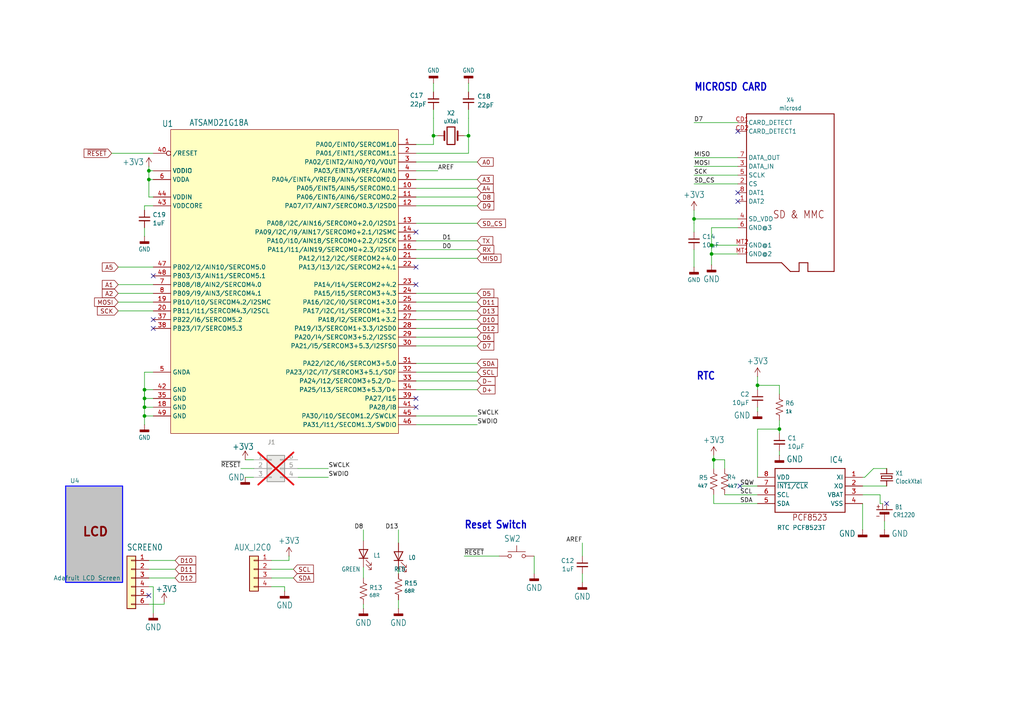
<source format=kicad_sch>
(kicad_sch (version 20250114) (generator "eeschema") (generator_version "9.0")
  (paper "A4")
  (lib_symbols
    (symbol "Connector_Generic:Conn_01x04" (pin_names (offset 1.016) (hide yes))
      (property "Reference" "J" (at 0 5.08 0))
      (property "Value" "Conn_01x04" (at 0 -7.62 0))
      (symbol "Conn_01x04_1_1"
        (rectangle (start -1.27 3.81) (end 1.27 -6.35) (stroke (width 0.254)) (fill (type background)))
        (rectangle (start -1.27 2.667) (end 0 2.413) (stroke (width 0.1524)))
        (rectangle (start -1.27 0.127) (end 0 -0.127) (stroke (width 0.1524)))
        (rectangle (start -1.27 -2.413) (end 0 -2.667) (stroke (width 0.1524)))
        (rectangle (start -1.27 -4.953) (end 0 -5.207) (stroke (width 0.1524)))
        (pin passive line (at -5.08 2.54 0) (length 3.81) (name "Pin_1") (number "1"))
        (pin passive line (at -5.08 0 0) (length 3.81) (name "Pin_2") (number "2"))
        (pin passive line (at -5.08 -2.54 0) (length 3.81) (name "Pin_3") (number "3"))
        (pin passive line (at -5.08 -5.08 0) (length 3.81) (name "Pin_4") (number "4"))
      )
    )
    (symbol "Connector_Generic:Conn_01x06" (pin_names (offset 1.016) (hide yes))
      (property "Reference" "J" (at 0 7.62 0))
      (property "Value" "Conn_01x06" (at 0 -10.16 0))
      (symbol "Conn_01x06_1_1"
        (rectangle (start -1.27 6.35) (end 1.27 -8.89) (stroke (width 0.254)) (fill (type background)))
        (rectangle (start -1.27 5.207) (end 0 4.953) (stroke (width 0.1524)))
        (rectangle (start -1.27 2.667) (end 0 2.413) (stroke (width 0.1524)))
        (rectangle (start -1.27 0.127) (end 0 -0.127) (stroke (width 0.1524)))
        (rectangle (start -1.27 -2.413) (end 0 -2.667) (stroke (width 0.1524)))
        (rectangle (start -1.27 -4.953) (end 0 -5.207) (stroke (width 0.1524)))
        (rectangle (start -1.27 -7.493) (end 0 -7.747) (stroke (width 0.1524)))
        (pin passive line (at -5.08 5.08 0) (length 3.81) (name "Pin_1") (number "1"))
        (pin passive line (at -5.08 2.54 0) (length 3.81) (name "Pin_2") (number "2"))
        (pin passive line (at -5.08 0 0) (length 3.81) (name "Pin_3") (number "3"))
        (pin passive line (at -5.08 -2.54 0) (length 3.81) (name "Pin_4") (number "4"))
        (pin passive line (at -5.08 -5.08 0) (length 3.81) (name "Pin_5") (number "5"))
        (pin passive line (at -5.08 -7.62 0) (length 3.81) (name "Pin_6") (number "6"))
      )
    )
    (symbol "Connector_Generic:Conn_02x03_Counter_Clockwise" (pin_names (offset 1.016) (hide yes))
      (property "Reference" "J" (at 1.27 5.08 0))
      (property "Value" "Conn_02x03_Counter_Clockwise" (at 1.27 -5.08 0))
      (symbol "Conn_02x03_Counter_Clockwise_1_1"
        (rectangle (start -1.27 3.81) (end 3.81 -3.81) (stroke (width 0.254)) (fill (type background)))
        (rectangle (start -1.27 2.667) (end 0 2.413) (stroke (width 0.1524)))
        (rectangle (start -1.27 0.127) (end 0 -0.127) (stroke (width 0.1524)))
        (rectangle (start -1.27 -2.413) (end 0 -2.667) (stroke (width 0.1524)))
        (rectangle (start 3.81 2.667) (end 2.54 2.413) (stroke (width 0.1524)))
        (rectangle (start 3.81 0.127) (end 2.54 -0.127) (stroke (width 0.1524)))
        (rectangle (start 3.81 -2.413) (end 2.54 -2.667) (stroke (width 0.1524)))
        (pin passive line (at -5.08 2.54 0) (length 3.81) (name "Pin_1") (number "1"))
        (pin passive line (at -5.08 0 0) (length 3.81) (name "Pin_2") (number "2"))
        (pin passive line (at -5.08 -2.54 0) (length 3.81) (name "Pin_3") (number "3"))
        (pin passive line (at 7.62 2.54 180) (length 3.81) (name "Pin_6") (number "6"))
        (pin passive line (at 7.62 0 180) (length 3.81) (name "Pin_5") (number "5"))
        (pin passive line (at 7.62 -2.54 180) (length 3.81) (name "Pin_4") (number "4"))
      )
    )
    (symbol "Device:C_Small" (pin_numbers (hide yes)) (pin_names (offset 0.254) (hide yes))
      (property "Reference" "C" (at 0.254 1.778 0))
      (property "Value" "C_Small" (at 0.254 -2.032 0))
      (symbol "C_Small_0_1"
        (polyline (pts (xy -1.524 0.508) (xy 1.524 0.508)) (stroke (width 0.3048)))
        (polyline (pts (xy -1.524 -0.508) (xy 1.524 -0.508)) (stroke (width 0.3302)))
      )
      (symbol "C_Small_1_1"
        (pin passive line (at 0 2.54 270) (length 2.032) (name "~") (number "1"))
        (pin passive line (at 0 -2.54 90) (length 2.032) (name "~") (number "2"))
      )
    )
    (symbol "Device:Crystal" (pin_numbers (hide yes)) (pin_names (offset 1.016) (hide yes))
      (property "Reference" "Y" (at 0 3.81 0))
      (property "Value" "Crystal" (at 0 -3.81 0))
      (symbol "Crystal_0_1"
        (polyline (pts (xy -2.54 0) (xy -1.905 0)))
        (polyline (pts (xy -1.905 -1.27) (xy -1.905 1.27)) (stroke (width 0.508)))
        (rectangle (start -1.143 2.54) (end 1.143 -2.54) (stroke (width 0.3048)))
        (polyline (pts (xy 1.905 -1.27) (xy 1.905 1.27)) (stroke (width 0.508)))
        (polyline (pts (xy 2.54 0) (xy 1.905 0)))
      )
      (symbol "Crystal_1_1"
        (pin passive line (at -3.81 0 0) (length 1.27) (name "1") (number "1"))
        (pin passive line (at 3.81 0 180) (length 1.27) (name "2") (number "2"))
      )
    )
    (symbol "Device:LED" (pin_numbers (hide yes)) (pin_names (offset 1.016) (hide yes))
      (property "Reference" "D" (at 0 2.54 0))
      (property "Value" "LED" (at 0 -2.54 0))
      (symbol "LED_0_1"
        (polyline (pts (xy -3.048 -0.762) (xy -4.572 -2.286) (xy -3.81 -2.286) (xy -4.572 -2.286) (xy -4.572 -1.524)))
        (polyline (pts (xy -1.778 -0.762) (xy -3.302 -2.286) (xy -2.54 -2.286) (xy -3.302 -2.286) (xy -3.302 -1.524)))
        (polyline (pts (xy -1.27 0) (xy 1.27 0)))
        (polyline (pts (xy -1.27 -1.27) (xy -1.27 1.27)) (stroke (width 0.254)))
        (polyline (pts (xy 1.27 -1.27) (xy 1.27 1.27) (xy -1.27 0) (xy 1.27 -1.27)) (stroke (width 0.254)))
      )
      (symbol "LED_1_1"
        (pin passive line (at -3.81 0 0) (length 2.54) (name "K") (number "1"))
        (pin passive line (at 3.81 0 180) (length 2.54) (name "A") (number "2"))
      )
    )
    (symbol "Device:R_US" (pin_numbers (hide yes)) (pin_names (offset 0))
      (property "Reference" "R" (at 2.54 0 90))
      (property "Value" "R_US" (at -2.54 0 90))
      (symbol "R_US_0_1"
        (polyline (pts (xy 0 2.286) (xy 0 2.54)))
        (polyline (pts (xy 0 2.286) (xy 1.016 1.905) (xy 0 1.524) (xy -1.016 1.143) (xy 0 0.762)))
        (polyline (pts (xy 0 0.762) (xy 1.016 0.381) (xy 0 0) (xy -1.016 -0.381) (xy 0 -0.762)))
        (polyline (pts (xy 0 -0.762) (xy 1.016 -1.143) (xy 0 -1.524) (xy -1.016 -1.905) (xy 0 -2.286)))
        (polyline (pts (xy 0 -2.286) (xy 0 -2.54)))
      )
      (symbol "R_US_1_1"
        (pin passive line (at 0 3.81 270) (length 1.27) (name "~") (number "1"))
        (pin passive line (at 0 -3.81 90) (length 1.27) (name "~") (number "2"))
      )
    )
    (symbol "FED3_v7.3 SymLib:ATSAMD21J_QFN"
      (symbol "ATSAMD21J_QFN_1_0"
        (pin bidirectional inverted (at -25.4 33.02 0) (length 5.08) (name "/RESET") (number "40"))
        (pin power_in line (at -25.4 27.94 0) (length 5.08) (name "VDDIO") (number "17"))
        (pin power_in line (at -25.4 27.94 0) (length 5.08) (name "VDDIO") (number "36"))
        (pin power_in line (at -25.4 25.4 0) (length 5.08) (name "VDDA") (number "6"))
        (pin power_in line (at -25.4 20.32 0) (length 5.08) (name "VDDIN") (number "44"))
        (pin power_in line (at -25.4 17.78 0) (length 5.08) (name "VDDCORE") (number "43"))
        (pin bidirectional line (at -25.4 0 0) (length 5.08) (name "PB02/I2/AIN10/SERCOM5.0") (number "47"))
        (pin bidirectional line (at -25.4 -2.54 0) (length 5.08) (name "PB03/I3/AIN11/SERCOM5.1") (number "48"))
        (pin bidirectional line (at -25.4 -5.08 0) (length 5.08) (name "PB08/I8/AIN2/SERCOM4.0") (number "7"))
        (pin bidirectional line (at -25.4 -7.62 0) (length 5.08) (name "PB09/I9/AIN3/SERCOM4.1") (number "8"))
        (pin bidirectional line (at -25.4 -10.16 0) (length 5.08) (name "PB10/I10/SERCOM4.2/I2SMC") (number "19"))
        (pin bidirectional line (at -25.4 -12.7 0) (length 5.08) (name "PB11/I11/SERCOM4.3/I2SCL") (number "20"))
        (pin bidirectional line (at -25.4 -15.24 0) (length 5.08) (name "PB22/I6/SERCOM5.2") (number "37"))
        (pin bidirectional line (at -25.4 -17.78 0) (length 5.08) (name "PB23/I7/SERCOM5.3") (number "38"))
        (pin power_in line (at -25.4 -30.48 0) (length 5.08) (name "GNDA") (number "5"))
        (pin power_in line (at -25.4 -35.56 0) (length 5.08) (name "GND") (number "42"))
        (pin power_in line (at -25.4 -38.1 0) (length 5.08) (name "GND") (number "35"))
        (pin power_in line (at -25.4 -40.64 0) (length 5.08) (name "GND") (number "18"))
        (pin power_in line (at -25.4 -43.18 0) (length 5.08) (name "GND") (number "49"))
        (pin bidirectional line (at 50.8 35.56 180) (length 5.08) (name "PA00/EINT0/SERCOM1.0") (number "1"))
        (pin bidirectional line (at 50.8 33.02 180) (length 5.08) (name "PA01/EINT1/SERCOM1.1") (number "2"))
        (pin bidirectional line (at 50.8 30.48 180) (length 5.08) (name "PA02/EINT2/AIN0/Y0/VOUT") (number "3"))
        (pin bidirectional line (at 50.8 27.94 180) (length 5.08) (name "PA03/EINT3/VREFA/AIN1") (number "4"))
        (pin bidirectional line (at 50.8 25.4 180) (length 5.08) (name "PA04/EINT4/VREFB/AIN4/SERCOM0.0") (number "9"))
        (pin bidirectional line (at 50.8 22.86 180) (length 5.08) (name "PA05/EINT5/AIN5/SERCOM0.1") (number "10"))
        (pin bidirectional line (at 50.8 20.32 180) (length 5.08) (name "PA06/EINT6/AIN6/SERCOM0.2") (number "11"))
        (pin bidirectional line (at 50.8 17.78 180) (length 5.08) (name "PA07/I7/AIN7/SERCOM0.3/I2SD0") (number "12"))
        (pin bidirectional line (at 50.8 12.7 180) (length 5.08) (name "PA08/I2C/AIN16/SERCOM0+2.0/I2SD1") (number "13"))
        (pin bidirectional line (at 50.8 10.16 180) (length 5.08) (name "PA09/I2C/I9/AIN17/SERCOM0+2.1/I2SMC") (number "14"))
        (pin bidirectional line (at 50.8 7.62 180) (length 5.08) (name "PA10/I10/AIN18/SERCOM0+2.2/I2SCK") (number "15"))
        (pin bidirectional line (at 50.8 5.08 180) (length 5.08) (name "PA11/I11/AIN19/SERCOM0+2.3/I2SF0") (number "16"))
        (pin bidirectional line (at 50.8 2.54 180) (length 5.08) (name "PA12/I12/I2C/SERCOM2+4.0") (number "21"))
        (pin bidirectional line (at 50.8 0 180) (length 5.08) (name "PA13/I13/I2C/SERCOM2+4.1") (number "22"))
        (pin bidirectional line (at 50.8 -5.08 180) (length 5.08) (name "PA14/I14/SERCOM2+4.2") (number "23"))
        (pin bidirectional line (at 50.8 -7.62 180) (length 5.08) (name "PA15/I15/SERCOM3+4.3") (number "24"))
        (pin bidirectional line (at 50.8 -10.16 180) (length 5.08) (name "PA16/I2C/I0/SERCOM1+3.0") (number "25"))
        (pin bidirectional line (at 50.8 -12.7 180) (length 5.08) (name "PA17/I2C/I1/SERCOM1+3.1") (number "26"))
        (pin bidirectional line (at 50.8 -15.24 180) (length 5.08) (name "PA18/I2/SERCOM1+3.2") (number "27"))
        (pin bidirectional line (at 50.8 -17.78 180) (length 5.08) (name "PA19/I3/SERCOM1+3.3/I2SD0") (number "28"))
        (pin bidirectional line (at 50.8 -20.32 180) (length 5.08) (name "PA20/I4/SERCOM3+5.2/I2SSC") (number "29"))
        (pin bidirectional line (at 50.8 -22.86 180) (length 5.08) (name "PA21/I5/SERCOM3+5.3/I2SFS0") (number "30"))
        (pin bidirectional line (at 50.8 -27.94 180) (length 5.08) (name "PA22/I2C/I6/SERCOM3+5.0") (number "31"))
        (pin bidirectional line (at 50.8 -30.48 180) (length 5.08) (name "PA23/I2C/I7/SERCOM3+5.1/SOF") (number "32"))
        (pin bidirectional line (at 50.8 -33.02 180) (length 5.08) (name "PA24/I12/SERCOM3+5.2/D-") (number "33"))
        (pin bidirectional line (at 50.8 -35.56 180) (length 5.08) (name "PA25/I13/SERCOM3+5.3/D+") (number "34"))
        (pin bidirectional line (at 50.8 -38.1 180) (length 5.08) (name "PA27/I15") (number "39"))
        (pin bidirectional line (at 50.8 -40.64 180) (length 5.08) (name "PA28/I8") (number "41"))
        (pin bidirectional line (at 50.8 -43.18 180) (length 5.08) (name "PA30/I10/SECOM1.2/SWCLK") (number "45"))
        (pin bidirectional line (at 50.8 -45.72 180) (length 5.08) (name "PA31/I11/SECOM1.3/SWDIO") (number "46"))
      )
      (symbol "ATSAMD21J_QFN_1_1"
        (rectangle (start -20.32 39.878) (end 45.72 -48.26) (fill (type background)))
      )
    )
    (symbol "FED3_v7.3 SymLib:BATTERYCR1220_SMT"
      (property "Reference" "B" (at -2.54 3.175 0))
      (symbol "BATTERYCR1220_SMT_1_0"
        (polyline (pts (xy -0.508 1.27) (xy -0.254 1.27)) (stroke (width 0.254)))
        (polyline (pts (xy -0.508 -1.27) (xy -0.508 1.27)) (stroke (width 0.254)))
        (polyline (pts (xy -0.254 1.27) (xy -0.254 -1.27)) (stroke (width 0.254)))
        (polyline (pts (xy -0.254 1.27) (xy 0 1.27)) (stroke (width 0.254)))
        (polyline (pts (xy -0.254 -1.27) (xy -0.508 -1.27)) (stroke (width 0.254)))
        (polyline (pts (xy 0 1.27) (xy 0 -1.27)) (stroke (width 0.254)))
        (polyline (pts (xy 0 -1.27) (xy -0.254 -1.27)) (stroke (width 0.254)))
        (polyline (pts (xy 0.762 2.286) (xy 0.762 -2.286)) (stroke (width 0.254)))
        (text "-" (at -1.778 -1.143 900) (effects (font (size 1.27 1.0795)) (justify right top)))
        (text "+" (at 1.016 -1.016 900) (effects (font (size 1.27 1.0795)) (justify right top)))
        (pin passive line (at -2.54 0 0) (length 2.54) (name "-") (number "3"))
        (pin passive line (at 2.54 0.6096 180) (length 1.8288) (name "+") (number "1"))
        (pin passive line (at 2.54 -0.5334 180) (length 1.8288) (name "+") (number "2"))
      )
    )
    (symbol "FED3_v7.3 SymLib:CRYSTAL8.0X3.8"
      (property "Reference" "Y" (at -2.54 2.54 0))
      (symbol "CRYSTAL8.0X3.8_1_0"
        (polyline (pts (xy -2.54 0) (xy -1.016 0)) (stroke (width 0.254)))
        (polyline (pts (xy -1.016 1.778) (xy -1.016 0)) (stroke (width 0.254)))
        (polyline (pts (xy -1.016 0) (xy -1.016 -1.778)) (stroke (width 0.254)))
        (polyline (pts (xy -0.381 1.524) (xy -0.381 -1.524)) (stroke (width 0.254)))
        (polyline (pts (xy -0.381 -1.524) (xy 0.381 -1.524)) (stroke (width 0.254)))
        (polyline (pts (xy 0.381 1.524) (xy -0.381 1.524)) (stroke (width 0.254)))
        (polyline (pts (xy 0.381 -1.524) (xy 0.381 1.524)) (stroke (width 0.254)))
        (polyline (pts (xy 1.016 1.778) (xy 1.016 0)) (stroke (width 0.254)))
        (polyline (pts (xy 1.016 0) (xy 1.016 -1.778)) (stroke (width 0.254)))
        (polyline (pts (xy 2.54 0) (xy 1.016 0)) (stroke (width 0.254)))
        (pin passive line (at -3.81 -2.54 0) (length 2.54) (hide yes) (name "2") (number "2"))
        (pin passive line (at -2.54 0 0) (length 0) (name "1") (number "1"))
        (pin passive line (at 2.54 0 180) (length 0) (name "4") (number "4"))
        (pin passive line (at 2.54 -2.54 180) (length 2.54) (hide yes) (name "3") (number "3"))
      )
    )
    (symbol "FED3_v7.3 SymLib:LCD_SCREEN" (pin_numbers (hide yes))
      (property "Reference" "U" (at -8.128 15.24 0))
      (property "Value" "Adafruit LCD Screen" (at 1.016 -15.24 0))
      (symbol "LCD_SCREEN_1_1"
        (rectangle (start -8.89 13.97) (end 7.62 -13.97) (stroke (width 0.3048) (color 0 0 255 1)) (fill (type color) (color 194 194 194 1)))
        (text "LCD" (at -0.254 0.762 0) (effects (font (size 2.54 2.54) (thickness 0.508) (bold yes))))
      )
    )
    (symbol "FED3_v7.3 SymLib:MICROSD"
      (property "Reference" "X" (at -12.7 22.606 0))
      (symbol "MICROSD_1_0"
        (polyline (pts (xy -12.7 20.32) (xy -12.7 -22.86)) (stroke (width 0.254)))
        (polyline (pts (xy -12.7 -22.86) (xy -2.54 -22.86)) (stroke (width 0.254)))
        (polyline (pts (xy -2.54 -22.86) (xy 0 -25.4)) (stroke (width 0.254)))
        (polyline (pts (xy 0 -25.4) (xy 2.54 -25.4)) (stroke (width 0.254)))
        (polyline (pts (xy 2.54 -22.86) (xy 5.08 -22.86)) (stroke (width 0.254)))
        (polyline (pts (xy 2.54 -25.4) (xy 2.54 -22.86)) (stroke (width 0.254)))
        (polyline (pts (xy 5.08 -22.86) (xy 5.08 -25.4)) (stroke (width 0.254)))
        (polyline (pts (xy 5.08 -25.4) (xy 12.7 -25.4)) (stroke (width 0.254)))
        (polyline (pts (xy 12.7 20.32) (xy -12.7 20.32)) (stroke (width 0.254)))
        (polyline (pts (xy 12.7 -25.4) (xy 12.7 20.32)) (stroke (width 0.254)))
        (text "SD & MMC" (at -5.08 -10.16 0) (effects (font (size 2.1844 1.8567)) (justify left bottom)))
        (pin passive line (at -15.24 17.78 0) (length 2.54) (name "CARD_DETECT") (number "CD1"))
        (pin passive line (at -15.24 15.24 0) (length 2.54) (name "CARD_DETECT1") (number "CD2"))
        (pin output line (at -15.24 7.62 0) (length 2.54) (name "DATA_OUT") (number "7"))
        (pin input line (at -15.24 5.08 0) (length 2.54) (name "DATA_IN") (number "3"))
        (pin input line (at -15.24 2.54 0) (length 2.54) (name "SCLK") (number "5"))
        (pin input line (at -15.24 0 0) (length 2.54) (name "CS") (number "2"))
        (pin bidirectional line (at -15.24 -2.54 0) (length 2.54) (name "DAT1") (number "8"))
        (pin bidirectional line (at -15.24 -5.08 0) (length 2.54) (name "DAT2") (number "1"))
        (pin power_in line (at -15.24 -10.16 0) (length 2.54) (name "SD_VDD") (number "4"))
        (pin power_in line (at -15.24 -12.7 0) (length 2.54) (name "GND@3") (number "6"))
        (pin power_in line (at -15.24 -17.78 0) (length 2.54) (name "GND@1") (number "MT2"))
        (pin power_in line (at -15.24 -20.32 0) (length 2.54) (name "GND@2") (number "MT1"))
      )
    )
    (symbol "FED3_v7.3 SymLib:RTC_PCF8523/TK"
      (property "Reference" "IC4" (at -7.62 7.62 0))
      (property "Value" "RTC PCF8523T" (at 2.54 -12.065 0))
      (symbol "RTC_PCF8523/TK_1_0"
        (polyline (pts (xy -10.16 5.08) (xy 10.16 5.08)) (stroke (width 0.254)))
        (polyline (pts (xy -10.16 -7.62) (xy -10.16 5.08)) (stroke (width 0.254)))
        (polyline (pts (xy 10.16 5.08) (xy 10.16 -7.62)) (stroke (width 0.254)))
        (polyline (pts (xy 10.16 -7.62) (xy -10.16 -7.62)) (stroke (width 0.254)))
        (text "PCF8523" (at -5.08 -10.16 0) (effects (font (size 1.778 1.5113)) (justify left bottom)))
        (pin input line (at -15.24 2.54 0) (length 5.08) (name "XI") (number "1"))
        (pin output line (at -15.24 0 0) (length 5.08) (name "XO") (number "2"))
        (pin power_in line (at -15.24 -2.54 0) (length 5.08) (name "VBAT") (number "3"))
        (pin power_in line (at -15.24 -5.08 0) (length 5.08) (name "VSS") (number "4"))
        (pin power_in line (at 15.24 2.54 180) (length 5.08) (name "VDD") (number "8"))
        (pin output line (at 15.24 0 180) (length 5.08) (name "~{INT1/CLK}") (number "7"))
        (pin bidirectional line (at 15.24 -2.54 180) (length 5.08) (name "SCL") (number "6"))
        (pin bidirectional line (at 15.24 -5.08 180) (length 5.08) (name "SDA") (number "5"))
      )
    )
    (symbol "Switch:SW_Push" (pin_numbers (hide yes)) (pin_names (offset 1.016) (hide yes))
      (property "Reference" "SW" (at 1.27 2.54 0))
      (property "Value" "SW_Push" (at 0 -1.524 0))
      (symbol "SW_Push_0_1"
        (circle (center -2.032 0) (radius 0.508))
        (polyline (pts (xy 0 1.27) (xy 0 3.048)))
        (circle (center 2.032 0) (radius 0.508))
        (polyline (pts (xy 2.54 1.27) (xy -2.54 1.27)))
        (pin passive line (at -5.08 0 0) (length 2.54) (name "1") (number "1"))
        (pin passive line (at 5.08 0 180) (length 2.54) (name "2") (number "2"))
      )
    )
    (symbol "power:+3V3" (power) (pin_numbers (hide yes)) (pin_names (offset 0) (hide yes))
      (property "Value" "+3V3" (at 0 3.556 0))
      (symbol "+3V3_0_1"
        (polyline (pts (xy -0.762 1.27) (xy 0 2.54)))
        (polyline (pts (xy 0 2.54) (xy 0.762 1.27)))
        (polyline (pts (xy 0 0) (xy 0 2.54)))
      )
      (symbol "+3V3_1_1"
        (pin power_in line (at 0 0 90) (length 0) (name "~") (number "1"))
      )
    )
    (symbol "power:GNDD" (power) (pin_numbers (hide yes)) (pin_names (offset 0) (hide yes))
      (property "Value" "GNDD" (at 0 -3.175 0))
      (symbol "GNDD_0_1"
        (rectangle (start -1.27 -1.524) (end 1.27 -2.032) (stroke (width 0.254)) (fill (type outline)))
        (polyline (pts (xy 0 0) (xy 0 -1.524)))
      )
      (symbol "GNDD_1_1"
        (pin power_in line (at 0 0 270) (length 0) (name "~") (number "1"))
      )
    )
  )
  (text "MICROSD CARD" (at 201.295 26.67 0) (effects (font (size 2.1844 1.8567) (thickness 0.3713) (bold yes)) (justify left bottom)))
  (text "Reset Switch" (at 134.62 153.67 0) (effects (font (size 2.1844 1.8567) (thickness 0.3713) (bold yes)) (justify left bottom)))
  (text "RTC" (at 201.93 110.49 0) (effects (font (size 2.1844 1.8567) (thickness 0.3713) (bold yes)) (justify left bottom)))
  (junction (at 206.375 73.66))
  (junction (at 135.89 39.37))
  (junction (at 201.295 63.5))
  (junction (at 219.71 111.76))
  (junction (at 41.91 118.11))
  (junction (at 43.18 49.53))
  (junction (at 43.18 52.07))
  (junction (at 226.06 124.46))
  (junction (at 207.01 133.35))
  (junction (at 41.91 113.03))
  (junction (at 41.91 120.65))
  (junction (at 125.73 39.37))
  (junction (at 206.375 71.12))
  (junction (at 41.91 115.57))
  (no_connect (at 120.65 118.11))
  (no_connect (at 120.65 115.57))
  (no_connect (at 213.995 55.88))
  (no_connect (at 43.18 172.72))
  (no_connect (at 44.45 95.25))
  (no_connect (at 257.1496 146.05))
  (no_connect (at 120.65 77.47))
  (no_connect (at 213.995 38.1))
  (no_connect (at 44.45 92.71))
  (no_connect (at 214.63 140.97))
  (no_connect (at 120.65 82.55))
  (no_connect (at 213.995 58.42))
  (no_connect (at 44.45 80.01))
  (no_connect (at 120.65 67.31))
  (wire (pts (xy 207.01 132.08) (xy 207.01 133.35)) (stroke (width 0.1524)))
  (wire (pts (xy 255.27 143.51) (xy 255.27 146.05)) (stroke (width 0.1524)))
  (wire (pts (xy 256.54 151.13) (xy 256.54 153.67)) (stroke (width 0.1524)))
  (wire (pts (xy 120.65 110.49) (xy 138.43 110.49)) (stroke (width 0.1524)))
  (wire (pts (xy 201.295 60.96) (xy 201.295 63.5)) (stroke (width 0.1524)))
  (wire (pts (xy 120.65 107.95) (xy 138.43 107.95)) (stroke (width 0.1524)))
  (wire (pts (xy 105.41 175.26) (xy 105.41 176.53)) (stroke (width 0.1524)))
  (wire (pts (xy 226.06 124.46) (xy 226.06 125.73)))
  (wire (pts (xy 41.91 66.04) (xy 41.91 68.58)))
  (wire (pts (xy 41.91 115.57) (xy 41.91 118.11)) (stroke (width 0.1524)))
  (wire (pts (xy 207.01 133.35) (xy 210.185 133.35)) (stroke (width 0.1524)))
  (wire (pts (xy 138.43 113.03) (xy 120.65 113.03)) (stroke (width 0.1524)))
  (wire (pts (xy 120.65 57.15) (xy 138.43 57.15)) (stroke (width 0.1524)))
  (wire (pts (xy 134.62 161.29) (xy 144.78 161.29)) (stroke (width 0.1524)))
  (wire (pts (xy 41.91 113.03) (xy 41.91 115.57)) (stroke (width 0.1524)))
  (wire (pts (xy 120.65 41.91) (xy 125.73 41.91)) (stroke (width 0.1524)))
  (wire (pts (xy 120.65 100.33) (xy 138.43 100.33)) (stroke (width 0.1524)))
  (wire (pts (xy 41.91 60.96) (xy 41.91 59.69)) (stroke (width 0.1524)))
  (wire (pts (xy 219.71 118.11) (xy 219.71 119.38)))
  (wire (pts (xy 78.74 167.64) (xy 85.09 167.64)) (stroke (width 0.1524)))
  (wire (pts (xy 207.01 143.51) (xy 207.01 146.05)) (stroke (width 0.1524)))
  (wire (pts (xy 201.295 48.26) (xy 213.995 48.26)) (stroke (width 0.1524)))
  (wire (pts (xy 219.71 111.76) (xy 219.71 113.03)))
  (wire (pts (xy 69.85 135.89) (xy 73.66 135.89)))
  (wire (pts (xy 41.91 118.11) (xy 41.91 120.65)))
  (wire (pts (xy 105.41 153.67) (xy 105.41 156.845)) (stroke (width 0.1524)))
  (wire (pts (xy 41.91 118.11) (xy 44.45 118.11)) (stroke (width 0.1524)))
  (wire (pts (xy 201.295 77.47) (xy 201.295 72.39)) (stroke (width 0.1524)))
  (wire (pts (xy 43.18 48.26) (xy 43.18 49.53)))
  (wire (pts (xy 210.185 133.35) (xy 210.185 135.89)) (stroke (width 0.1524)))
  (wire (pts (xy 115.57 153.67) (xy 115.57 157.48)) (stroke (width 0.1524)))
  (wire (pts (xy 120.65 52.07) (xy 138.43 52.07)) (stroke (width 0.1524)))
  (wire (pts (xy 43.18 165.1) (xy 50.8 165.1)) (stroke (width 0.1524)))
  (wire (pts (xy 201.295 63.5) (xy 213.995 63.5)) (stroke (width 0.1524)))
  (wire (pts (xy 201.295 45.72) (xy 213.995 45.72)) (stroke (width 0.1524)))
  (wire (pts (xy 210.185 143.51) (xy 219.71 143.51)) (stroke (width 0.1524)))
  (wire (pts (xy 120.65 90.17) (xy 138.43 90.17)) (stroke (width 0.1524)))
  (wire (pts (xy 219.71 138.43) (xy 219.71 124.46)) (stroke (width 0.1524)))
  (wire (pts (xy 125.73 24.13) (xy 125.73 26.67)))
  (wire (pts (xy 120.65 69.85) (xy 138.43 69.85)) (stroke (width 0.1524)))
  (wire (pts (xy 135.89 24.13) (xy 135.89 26.67)))
  (wire (pts (xy 41.91 115.57) (xy 44.45 115.57)))
  (wire (pts (xy 120.65 87.63) (xy 138.43 87.63)) (stroke (width 0.1524)))
  (wire (pts (xy 213.995 73.66) (xy 206.375 73.66)) (stroke (width 0.1524)))
  (wire (pts (xy 44.45 52.07) (xy 43.18 52.07)) (stroke (width 0.1524)))
  (wire (pts (xy 86.36 138.43) (xy 95.25 138.43)))
  (wire (pts (xy 44.45 77.47) (xy 34.29 77.47)) (stroke (width 0.1524)))
  (wire (pts (xy 43.18 52.07) (xy 43.18 49.53)) (stroke (width 0.1524)))
  (wire (pts (xy 255.27 143.51) (xy 250.19 143.51)) (stroke (width 0.1524)))
  (wire (pts (xy 43.18 162.56) (xy 50.8 162.56)) (stroke (width 0.1524)))
  (wire (pts (xy 44.45 170.18) (xy 44.45 177.8)))
  (wire (pts (xy 41.91 120.65) (xy 44.45 120.65)))
  (wire (pts (xy 34.29 90.17) (xy 44.45 90.17)) (stroke (width 0.1524)))
  (wire (pts (xy 78.74 165.1) (xy 85.09 165.1)) (stroke (width 0.1524)))
  (wire (pts (xy 44.45 87.63) (xy 34.29 87.63)) (stroke (width 0.1524)))
  (wire (pts (xy 226.06 121.92) (xy 226.06 123.19)))
  (wire (pts (xy 41.91 59.69) (xy 44.45 59.69)) (stroke (width 0.1524)))
  (wire (pts (xy 138.43 85.09) (xy 120.65 85.09)) (stroke (width 0.1524)))
  (wire (pts (xy 138.43 72.39) (xy 120.65 72.39)) (stroke (width 0.1524)))
  (wire (pts (xy 207.01 133.35) (xy 207.01 135.89)) (stroke (width 0.1524)))
  (wire (pts (xy 226.06 124.46) (xy 226.06 123.19)) (stroke (width 0.1524)))
  (wire (pts (xy 207.01 146.05) (xy 219.71 146.05)) (stroke (width 0.1524)))
  (wire (pts (xy 125.73 39.37) (xy 125.73 41.91)) (stroke (width 0.1524)))
  (wire (pts (xy 206.375 71.12) (xy 206.375 73.66)) (stroke (width 0.1524)))
  (wire (pts (xy 219.71 140.97) (xy 214.63 140.97)) (stroke (width 0.1524)))
  (wire (pts (xy 257.175 140.97) (xy 250.19 140.97)) (stroke (width 0.1524)))
  (wire (pts (xy 41.91 123.19) (xy 41.91 120.65)))
  (wire (pts (xy 47.625 175.26) (xy 47.625 174.625)) (stroke (width 0.1524)))
  (wire (pts (xy 105.41 164.465) (xy 105.41 167.64)) (stroke (width 0.1524)))
  (wire (pts (xy 219.71 124.46) (xy 226.06 124.46)) (stroke (width 0.1524)))
  (wire (pts (xy 120.65 105.41) (xy 138.43 105.41)) (stroke (width 0.1524)))
  (wire (pts (xy 201.295 50.8) (xy 213.995 50.8)) (stroke (width 0.1524)))
  (wire (pts (xy 71.12 133.35) (xy 73.66 133.35)))
  (wire (pts (xy 213.995 71.12) (xy 206.375 71.12)) (stroke (width 0.1524)))
  (wire (pts (xy 47.625 175.26) (xy 43.18 175.26)) (stroke (width 0.1524)))
  (wire (pts (xy 206.375 73.66) (xy 206.375 76.835)) (stroke (width 0.1524)))
  (wire (pts (xy 120.65 120.65) (xy 138.43 120.65)) (stroke (width 0.1524)))
  (wire (pts (xy 44.45 82.55) (xy 34.29 82.55)) (stroke (width 0.1524)))
  (wire (pts (xy 138.43 64.77) (xy 120.65 64.77)) (stroke (width 0.1524)))
  (wire (pts (xy 201.295 53.34) (xy 213.995 53.34)) (stroke (width 0.1524)))
  (wire (pts (xy 115.57 173.99) (xy 115.57 176.53)) (stroke (width 0.1524)))
  (wire (pts (xy 226.06 111.76) (xy 226.06 114.3)) (stroke (width 0.1524)))
  (wire (pts (xy 120.65 46.99) (xy 138.43 46.99)) (stroke (width 0.1524)))
  (wire (pts (xy 135.89 39.37) (xy 135.89 44.45)) (stroke (width 0.1524)))
  (wire (pts (xy 120.65 95.25) (xy 138.43 95.25)) (stroke (width 0.1524)))
  (wire (pts (xy 78.74 170.18) (xy 82.55 170.18)) (stroke (width 0.1524)))
  (wire (pts (xy 86.36 135.89) (xy 95.25 135.89)))
  (wire (pts (xy 71.12 138.43) (xy 73.66 138.43)))
  (wire (pts (xy 213.995 66.04) (xy 206.375 66.04)) (stroke (width 0.1524)))
  (wire (pts (xy 43.18 57.15) (xy 43.18 52.07)) (stroke (width 0.1524)))
  (wire (pts (xy 125.73 31.75) (xy 125.73 34.29)))
  (wire (pts (xy 44.45 49.53) (xy 43.18 49.53)) (stroke (width 0.1524)))
  (wire (pts (xy 120.65 44.45) (xy 135.89 44.45)) (stroke (width 0.1524)))
  (wire (pts (xy 41.91 113.03) (xy 41.91 115.57)))
  (wire (pts (xy 168.91 157.48) (xy 168.91 161.29)))
  (wire (pts (xy 135.89 34.29) (xy 135.89 39.37)) (stroke (width 0.1524)))
  (wire (pts (xy 120.65 97.79) (xy 138.43 97.79)) (stroke (width 0.1524)))
  (wire (pts (xy 41.91 113.03) (xy 44.45 113.03)) (stroke (width 0.1524)))
  (wire (pts (xy 83.82 161.29) (xy 83.82 162.56)))
  (wire (pts (xy 250.19 153.67) (xy 250.19 146.05)) (stroke (width 0.1524)))
  (wire (pts (xy 125.73 39.37) (xy 127 39.37)))
  (wire (pts (xy 226.06 111.76) (xy 219.71 111.76)) (stroke (width 0.1524)))
  (wire (pts (xy 206.375 66.04) (xy 206.375 71.12)) (stroke (width 0.1524)))
  (wire (pts (xy 201.295 63.5) (xy 201.295 64.77)) (stroke (width 0.1524)))
  (wire (pts (xy 83.82 162.56) (xy 78.74 162.56)))
  (wire (pts (xy 41.91 107.95) (xy 44.45 107.95)))
  (wire (pts (xy 120.65 59.69) (xy 138.43 59.69)) (stroke (width 0.1524)))
  (wire (pts (xy 255.27 146.05) (xy 256.0066 146.05)) (stroke (width 0.1524)))
  (wire (pts (xy 201.295 35.56) (xy 213.995 35.56)) (stroke (width 0.1524)))
  (wire (pts (xy 34.29 85.09) (xy 44.45 85.09)) (stroke (width 0.1524)))
  (wire (pts (xy 43.18 167.64) (xy 50.8 167.64)) (stroke (width 0.1524)))
  (wire (pts (xy 226.06 130.81) (xy 226.06 132.08)))
  (wire (pts (xy 219.71 109.22) (xy 219.71 111.76)) (stroke (width 0.1524)))
  (wire (pts (xy 135.89 31.75) (xy 135.89 34.29)))
  (wire (pts (xy 138.43 123.19) (xy 120.65 123.19)) (stroke (width 0.1524)))
  (wire (pts (xy 120.65 92.71) (xy 138.43 92.71)) (stroke (width 0.1524)))
  (wire (pts (xy 154.94 161.29) (xy 154.94 166.37)) (stroke (width 0.1524)))
  (wire (pts (xy 82.55 170.18) (xy 82.55 171.45)) (stroke (width 0.1524)))
  (wire (pts (xy 32.385 44.45) (xy 44.45 44.45)) (stroke (width 0.1524)))
  (wire (pts (xy 168.91 166.37) (xy 168.91 168.91)) (stroke (width 0.1524)))
  (wire (pts (xy 43.18 170.18) (xy 44.45 170.18)) (stroke (width 0.1524)))
  (wire (pts (xy 41.91 107.95) (xy 41.91 113.03)))
  (wire (pts (xy 125.73 34.29) (xy 125.73 39.37)) (stroke (width 0.1524)))
  (wire (pts (xy 201.295 64.77) (xy 201.295 67.31)))
  (wire (pts (xy 44.45 57.15) (xy 43.18 57.15)) (stroke (width 0.1524)))
  (wire (pts (xy 138.43 54.61) (xy 120.65 54.61)) (stroke (width 0.1524)))
  (wire (pts (xy 115.57 165.1) (xy 115.57 166.37)) (stroke (width 0.1524)))
  (wire (pts (xy 253.365 135.89) (xy 250.825 138.43)) (stroke (width 0.1524)))
  (wire (pts (xy 120.65 74.93) (xy 138.43 74.93)) (stroke (width 0.1524)))
  (wire (pts (xy 41.91 115.57) (xy 41.91 118.11)))
  (wire (pts (xy 257.175 135.89) (xy 253.365 135.89)) (stroke (width 0.1524)))
  (wire (pts (xy 134.62 39.37) (xy 135.89 39.37)))
  (wire (pts (xy 250.825 138.43) (xy 250.19 138.43)) (stroke (width 0.1524)))
  (wire (pts (xy 120.65 49.53) (xy 127 49.53)) (stroke (width 0.1524)))
  (label "SWCLK" (at 95.25 135.89 0) (effects (font (size 1.2446 1.2446))))
  (label "SCL" (at 214.63 143.51 0) (effects (font (size 1.2446 1.2446))))
  (label "SWDIO" (at 95.25 138.43 0) (effects (font (size 1.2446 1.2446))))
  (label "MISO" (at 201.295 45.72 0) (effects (font (size 1.2446 1.2446))))
  (label "SWDIO" (at 138.43 123.19 0) (effects (font (size 1.2446 1.2446))))
  (label "AREF" (at 127 49.53 0) (effects (font (size 1.2446 1.2446))))
  (label "MOSI" (at 201.295 48.26 0) (effects (font (size 1.2446 1.2446))))
  (label "SCK" (at 201.295 50.8 0) (effects (font (size 1.2446 1.2446))))
  (label "D1" (at 128.27 69.85 0) (effects (font (size 1.2446 1.2446))))
  (label "~{RESET}" (at 69.85 135.89 180) (effects (font (size 1.2446 1.2446))))
  (label "~{RESET}" (at 134.62 161.29 0) (effects (font (size 1.2446 1.2446))))
  (label "D0" (at 128.27 72.39 0) (effects (font (size 1.2446 1.2446))))
  (label "D8" (at 105.41 153.67 180) (effects (font (size 1.2446 1.2446))))
  (label "SDA" (at 214.63 146.05 0) (effects (font (size 1.2446 1.2446))))
  (label "SD_CS" (at 201.295 53.34 0) (effects (font (size 1.2446 1.2446))))
  (label "AREF" (at 168.91 157.48 180) (effects (font (size 1.2446 1.2446))))
  (label "SWCLK" (at 138.43 120.65 0) (effects (font (size 1.2446 1.2446))))
  (label "D7" (at 201.295 35.56 0) (effects (font (size 1.2446 1.2446))))
  (label "D13" (at 115.57 153.67 180) (effects (font (size 1.2446 1.2446))))
  (label "SQW" (at 214.63 140.97 0) (effects (font (size 1.2446 1.2446))))
  (global_label "A5" (shape input) (at 34.29 77.47 180) (effects (font (size 1.2446 1.2446))) (property "Intersheetrefs" "${INTERSHEET_REFS}" (effects (hide yes))))
  (global_label "RX" (shape input) (at 138.43 72.39 0) (effects (font (size 1.2446 1.2446))) (property "Intersheetrefs" "${INTERSHEET_REFS}" (effects (hide yes))))
  (global_label "A0" (shape input) (at 138.43 46.99 0) (effects (font (size 1.2446 1.2446))) (property "Intersheetrefs" "${INTERSHEET_REFS}" (effects (hide yes))))
  (global_label "D-" (shape input) (at 138.43 110.49 0) (effects (font (size 1.2446 1.2446))) (property "Intersheetrefs" "${INTERSHEET_REFS}" (effects (hide yes))))
  (global_label "SDA" (shape input) (at 138.43 105.41 0) (effects (font (size 1.2446 1.2446))) (property "Intersheetrefs" "${INTERSHEET_REFS}" (effects (hide yes))))
  (global_label "D9" (shape input) (at 138.43 59.69 0) (effects (font (size 1.2446 1.2446))) (property "Intersheetrefs" "${INTERSHEET_REFS}" (effects (hide yes))))
  (global_label "MOSI" (shape input) (at 34.29 87.63 180) (effects (font (size 1.2446 1.2446))) (property "Intersheetrefs" "${INTERSHEET_REFS}" (effects (hide yes))))
  (global_label "D11" (shape input) (at 138.43 87.63 0) (effects (font (size 1.2446 1.2446))) (property "Intersheetrefs" "${INTERSHEET_REFS}" (effects (hide yes))))
  (global_label "MISO" (shape input) (at 138.43 74.93 0) (effects (font (size 1.2446 1.2446))) (property "Intersheetrefs" "${INTERSHEET_REFS}" (effects (hide yes))))
  (global_label "D13" (shape input) (at 138.43 90.17 0) (effects (font (size 1.2446 1.2446))) (property "Intersheetrefs" "${INTERSHEET_REFS}" (effects (hide yes))))
  (global_label "A1" (shape input) (at 34.29 82.55 180) (effects (font (size 1.2446 1.2446))) (property "Intersheetrefs" "${INTERSHEET_REFS}" (effects (hide yes))))
  (global_label "A2" (shape input) (at 34.29 85.09 180) (effects (font (size 1.2446 1.2446))) (property "Intersheetrefs" "${INTERSHEET_REFS}" (effects (hide yes))))
  (global_label "D8" (shape input) (at 138.43 57.15 0) (effects (font (size 1.2446 1.2446))) (property "Intersheetrefs" "${INTERSHEET_REFS}" (effects (hide yes))))
  (global_label "SCK" (shape input) (at 34.29 90.17 180) (effects (font (size 1.2446 1.2446))) (property "Intersheetrefs" "${INTERSHEET_REFS}" (effects (hide yes))))
  (global_label "TX" (shape input) (at 138.43 69.85 0) (effects (font (size 1.2446 1.2446))) (property "Intersheetrefs" "${INTERSHEET_REFS}" (effects (hide yes))))
  (global_label "SD_CS" (shape input) (at 138.43 64.77 0) (effects (font (size 1.2446 1.2446))) (property "Intersheetrefs" "${INTERSHEET_REFS}" (effects (hide yes))))
  (global_label "D12" (shape input) (at 50.8 167.64 0) (effects (font (size 1.2446 1.2446))) (property "Intersheetrefs" "${INTERSHEET_REFS}" (effects (hide yes))))
  (global_label "A4" (shape input) (at 138.43 54.61 0) (effects (font (size 1.2446 1.2446))) (property "Intersheetrefs" "${INTERSHEET_REFS}" (effects (hide yes))))
  (global_label "D7" (shape input) (at 138.43 100.33 0) (effects (font (size 1.2446 1.2446))) (property "Intersheetrefs" "${INTERSHEET_REFS}" (effects (hide yes))))
  (global_label "D6" (shape input) (at 138.43 97.79 0) (effects (font (size 1.2446 1.2446))) (property "Intersheetrefs" "${INTERSHEET_REFS}" (effects (hide yes))))
  (global_label "D12" (shape input) (at 138.43 95.25 0) (effects (font (size 1.2446 1.2446))) (property "Intersheetrefs" "${INTERSHEET_REFS}" (effects (hide yes))))
  (global_label "D11" (shape input) (at 50.8 165.1 0) (effects (font (size 1.2446 1.2446))) (property "Intersheetrefs" "${INTERSHEET_REFS}" (effects (hide yes))))
  (global_label "~{RESET}" (shape input) (at 32.385 44.45 180) (effects (font (size 1.2446 1.2446))) (property "Intersheetrefs" "${INTERSHEET_REFS}" (effects (hide yes))))
  (global_label "D10" (shape input) (at 50.8 162.56 0) (effects (font (size 1.2446 1.2446))) (property "Intersheetrefs" "${INTERSHEET_REFS}" (effects (hide yes))))
  (global_label "A3" (shape input) (at 138.43 52.07 0) (effects (font (size 1.2446 1.2446))) (property "Intersheetrefs" "${INTERSHEET_REFS}" (effects (hide yes))))
  (global_label "SCL" (shape input) (at 85.09 165.1 0) (effects (font (size 1.2446 1.2446))) (property "Intersheetrefs" "${INTERSHEET_REFS}" (effects (hide yes))))
  (global_label "D5" (shape input) (at 138.43 85.09 0) (effects (font (size 1.2446 1.2446))) (property "Intersheetrefs" "${INTERSHEET_REFS}" (effects (hide yes))))
  (global_label "SCL" (shape input) (at 138.43 107.95 0) (effects (font (size 1.2446 1.2446))) (property "Intersheetrefs" "${INTERSHEET_REFS}" (effects (hide yes))))
  (global_label "D10" (shape input) (at 138.43 92.71 0) (effects (font (size 1.2446 1.2446))) (property "Intersheetrefs" "${INTERSHEET_REFS}" (effects (hide yes))))
  (global_label "D+" (shape input) (at 138.43 113.03 0) (effects (font (size 1.2446 1.2446))) (property "Intersheetrefs" "${INTERSHEET_REFS}" (effects (hide yes))))
  (global_label "SDA" (shape input) (at 85.09 167.64 0) (effects (font (size 1.2446 1.2446))) (property "Intersheetrefs" "${INTERSHEET_REFS}" (effects (hide yes))))
  (symbol (lib_id "Device:Crystal") (at 130.81 39.37 0) (mirror x) (unit 1)
    (property "Reference" "X2" (at 130.81 32.7858 0) (effects (font (size 1.27 1.0795))))
    (property "Value" "uXtal" (at 130.81 35.1263 0) (effects (font (size 1.27 1.0795))))
    (property "Footprint" "Crystal:Crystal_SMD_MicroCrystal_CC7V-T1A-2Pin_3.2x1.5mm" (effects (hide yes)))
    (property "Description" "Two pin crystal" (effects (hide yes)))
    (property "OEPSPN" "OEPS100051" (effects (hide yes)))
    (property "MPN" "9HT11-32.768KBZF-T" (effects (hide yes)))
  )
  (symbol (lib_id "Device:C_Small") (at 135.89 29.21 180) (unit 1)
    (property "Reference" "C18" (at 138.43 27.9335 0) (effects (justify right)))
    (property "Value" "22pF" (at 138.43 30.4735 0) (effects (justify right)))
    (property "Footprint" "Capacitor_SMD:C_0402_1005Metric" (effects (hide yes)))
    (property "OEPSPN" "OEPS010080" (effects (hide yes)))
    (property "MPN" "CL05C220JB51PNC" (effects (hide yes)))
  )
  (symbol (lib_id "power:GNDD") (at 206.375 76.835 0) (mirror y) (unit 1)
    (property "Reference" "#PWR040" (effects (hide yes)))
    (property "Value" "GND" (at 206.375 80.9372 0) (effects (font (size 1.778 1.5113))))
    (property "Description" "Power symbol creates a global label with name \"GNDD\" , digital ground" (effects (hide yes)))
  )
  (symbol (lib_id "Device:C_Small") (at 201.295 69.85 0) (unit 1)
    (property "Reference" "C14" (at 203.6191 68.6441 0) (effects (justify left)))
    (property "Value" "10µF" (at 203.6191 71.0684 0) (effects (justify left)))
    (property "Footprint" "Capacitor_SMD:C_0402_1005Metric" (effects (hide yes)))
    (property "Description" "Unpolarized capacitor, small symbol" (effects (hide yes)))
    (property "OEPSPN" "OEPS010038" (effects (hide yes)))
    (property "MPN" "CL05A106MP5NUNC" (effects (hide yes)))
  )
  (symbol (lib_id "Device:LED") (at 105.41 160.655 90) (unit 1)
    (property "Reference" "L1" (at 108.331 161.0722 90) (effects (font (size 1.27 1.0795)) (justify right)))
    (property "Value" "GREEN" (at 99.06 165.1 90) (effects (font (size 1.27 1.0795)) (justify right)))
    (property "Footprint" "LED_SMD:LED_0603_1608Metric" (effects (hide yes)))
    (property "Description" "LED 0603 Green 570nm 20mA" (effects (hide yes)))
    (property "OEPSPN" "OEPS030005" (effects (hide yes)))
    (property "MPN" "LTST-C191KGKT" (effects (hide yes)))
  )
  (symbol (lib_id "power:GNDD") (at 256.54 153.67 0) (unit 1)
    (property "Reference" "#PWR058" (effects (hide yes)))
    (property "Value" "GND" (at 258.572 154.7495 0) (effects (font (size 1.778 1.5113)) (justify left)))
    (property "Description" "Power symbol creates a global label with name \"GNDD\" , digital ground" (effects (hide yes)))
  )
  (symbol (lib_id "power:+3V3") (at 201.295 60.96 0) (unit 1)
    (property "Reference" "#+3V03" (effects (hide yes)))
    (property "Value" "+3V3" (at 201.295 56.4768 0) (effects (font (size 1.778 1.5113))))
  )
  (symbol (lib_id "power:GNDD") (at 41.91 68.58 0) (unit 1)
    (property "Reference" "#PWR016" (effects (hide yes)))
    (property "Value" "GND" (at 41.91 72.2902 0) (effects (font (size 1.27 1.0795))))
    (property "Description" "Power symbol creates a global label with name \"GNDD\" , digital ground" (effects (hide yes)))
  )
  (symbol (lib_id "power:GNDD") (at 125.73 24.13 180) (unit 1)
    (property "Reference" "#PWR041" (effects (hide yes)))
    (property "Value" "GND" (at 125.73 20.4198 0) (effects (font (size 1.27 1.0795))))
    (property "Description" "Power symbol creates a global label with name \"GNDD\" , digital ground" (effects (hide yes)))
  )
  (symbol (lib_id "power:GNDD") (at 168.91 168.91 0) (mirror y) (unit 1)
    (property "Reference" "#PWR047" (effects (hide yes)))
    (property "Value" "GND" (at 168.91 173.0122 0) (effects (font (size 1.778 1.5113))))
    (property "Description" "Power symbol creates a global label with name \"GNDD\" , digital ground" (effects (hide yes)))
  )
  (symbol (lib_id "power:+3V3") (at 47.625 174.625 0) (unit 1)
    (property "Reference" "#+3V08" (effects (hide yes)))
    (property "Value" "+3V3" (at 48.26 170.815 0) (effects (font (size 1.778 1.5113))))
  )
  (symbol (lib_id "FED3_v7.3 SymLib:CRYSTAL8.0X3.8") (at 257.175 138.43 90) (mirror x) (unit 1)
    (property "Reference" "X1" (at 259.715 137.2597 90) (effects (font (size 1.27 1.0795)) (justify right)))
    (property "Value" "ClockXtal" (at 259.715 139.6002 90) (effects (font (size 1.27 1.0795)) (justify right)))
    (property "Footprint" "FED3_v7.3:CRYSTAL_8X3.8" (effects (hide yes)))
    (property "Description" "32.768 kHz ±10ppm Crystal 12.5pF 50 kOhms" (effects (hide yes)))
    (property "OEPSPN" "OEPS100060" (effects (hide yes)))
    (property "MPN" "ECS-.327-12.5-17X-C-TR " (effects (hide yes)))
  )
  (symbol (lib_id "Device:C_Small") (at 41.91 63.5 0) (unit 1)
    (property "Reference" "C19" (at 44.2341 62.2941 0) (effects (justify left)))
    (property "Value" "1uF" (at 44.2341 64.7184 0) (effects (justify left)))
    (property "Footprint" "Capacitor_SMD:C_0402_1005Metric" (effects (hide yes)))
    (property "OEPSPN" "OEPS010030" (effects (hide yes)))
    (property "MPN" "C1005X5R1E105K050BC" (effects (hide yes)))
  )
  (symbol (lib_id "Device:R_US") (at 115.57 170.18 0) (unit 1)
    (property "Reference" "R15" (at 117.221 169.1722 0) (effects (justify left)))
    (property "Value" "68R" (at 117.221 171.3921 0) (effects (font (size 1.016 1.016) (thickness 0.127)) (justify left)))
    (property "Footprint" "Resistor_SMD:R_0402_1005Metric" (effects (hide yes)))
    (property "OEPSPN" "OEPS020032" (effects (hide yes)))
    (property "MPN" "RCS040268R0FKED" (effects (hide yes)))
  )
  (symbol (lib_id "Device:C_Small") (at 125.73 29.21 180) (unit 1)
    (property "Reference" "C17" (at 118.872 27.686 0) (effects (justify right)))
    (property "Value" "22pF" (at 118.872 30.226 0) (effects (justify right)))
    (property "Footprint" "Capacitor_SMD:C_0402_1005Metric" (effects (hide yes)))
    (property "OEPSPN" "OEPS010080" (effects (hide yes)))
    (property "MPN" "CL05C220JB51PNC" (effects (hide yes)))
  )
  (symbol (lib_id "power:+3V3") (at 43.18 48.26 0) (unit 1)
    (property "Reference" "#+3V01" (effects (hide yes)))
    (property "Value" "+3V3" (at 41.783 46.99 0) (effects (font (size 1.778 1.5113)) (justify right)))
  )
  (symbol (lib_id "Connector_Generic:Conn_01x04") (at 73.66 165.1 0) (mirror y) (unit 1) (in_bom no)
    (property "Reference" "AUX_I2C0" (at 78.74 158.75 0) (effects (font (size 1.778 1.5113)) (justify left)))
    (property "Value" "DNP" (effects (hide yes)))
    (property "Footprint" "FED3_v7.3:1X04" (effects (hide yes)))
    (property "Description" "Generic connector, single row, 01x04, script generated (kicad-library-utils/schlib/autogen/connector/)" (effects (hide yes)))
    (property "OEPSPN" "n.a." (effects (hide yes)))
    (property "MPN" "n.a." (effects (hide yes)))
  )
  (symbol (lib_id "power:GNDD") (at 71.12 138.43 0) (unit 1)
    (property "Reference" "#PWR061" (effects (hide yes)))
    (property "Value" "GND" (at 68.58 138.43 0) (effects (font (size 1.778 1.5113))))
    (property "Description" "Power symbol creates a global label with name \"GNDD\" , digital ground" (effects (hide yes)))
  )
  (symbol (lib_id "power:GNDD") (at 154.94 166.37 0) (unit 1)
    (property "Reference" "#PWR054" (effects (hide yes)))
    (property "Value" "GND" (at 154.94 170.4722 0) (effects (font (size 1.778 1.5113))))
    (property "Description" "Power symbol creates a global label with name \"GNDD\" , digital ground" (effects (hide yes)))
  )
  (symbol (lib_id "power:GNDD") (at 135.89 24.13 180) (unit 1)
    (property "Reference" "#PWR042" (effects (hide yes)))
    (property "Value" "GND" (at 135.89 20.4198 0) (effects (font (size 1.27 1.0795))))
    (property "Description" "Power symbol creates a global label with name \"GNDD\" , digital ground" (effects (hide yes)))
  )
  (symbol (lib_id "power:GNDD") (at 82.55 171.45 0) (unit 1)
    (property "Reference" "#PWR050" (effects (hide yes)))
    (property "Value" "GND" (at 82.55 175.5522 0) (effects (font (size 1.778 1.5113))))
    (property "Description" "Power symbol creates a global label with name \"GNDD\" , digital ground" (effects (hide yes)))
  )
  (symbol (lib_id "Device:R_US") (at 105.41 171.45 0) (unit 1)
    (property "Reference" "R13" (at 107.061 170.4422 0) (effects (justify left)))
    (property "Value" "68R" (at 107.061 172.6621 0) (effects (font (size 1.016 1.016) (thickness 0.127)) (justify left)))
    (property "Footprint" "Resistor_SMD:R_0402_1005Metric" (effects (hide yes)))
    (property "OEPSPN" "OEPS020032" (effects (hide yes)))
    (property "MPN" "RCS040268R0FKED" (effects (hide yes)))
  )
  (symbol (lib_id "power:+3V3") (at 83.82 161.29 0) (unit 1)
    (property "Reference" "#+3V07" (effects (hide yes)))
    (property "Value" "+3V3" (at 83.82 156.8068 0) (effects (font (size 1.778 1.5113))))
  )
  (symbol (lib_id "Switch:SW_Push") (at 149.86 161.29 0) (unit 1)
    (property "Reference" "SW2" (at 148.59 156.21 0) (effects (font (size 1.778 1.5113))))
    (property "Value" "SPST_TACT-KMR2" (effects (hide yes)))
    (property "Footprint" "Button_Switch_SMD:SW_SPST_TL3305B" (effects (hide yes)))
    (property "Description" "Push button switch, generic, two pins" (effects (hide yes)))
    (property "OEPSPN" "OEPS100061" (effects (hide yes)))
    (property "MPN" "TL3305BF260QG" (effects (hide yes)))
  )
  (symbol (lib_id "Device:C_Small") (at 226.06 128.27 0) (unit 1)
    (property "Reference" "C1" (at 228.3841 127.0641 0) (effects (justify left)))
    (property "Value" "10µF" (at 228.3841 129.4884 0) (effects (justify left)))
    (property "Footprint" "Capacitor_SMD:C_0402_1005Metric" (effects (hide yes)))
    (property "Description" "Unpolarized capacitor, small symbol" (effects (hide yes)))
    (property "OEPSPN" "OEPS010038" (effects (hide yes)))
    (property "MPN" "CL05A106MP5NUNC" (effects (hide yes)))
  )
  (symbol (lib_id "power:GNDD") (at 226.06 132.08 0) (unit 1)
    (property "Reference" "#PWR056" (effects (hide yes)))
    (property "Value" "GND" (at 228.092 133.1595 0) (effects (font (size 1.778 1.5113)) (justify left)))
    (property "Description" "Power symbol creates a global label with name \"GNDD\" , digital ground" (effects (hide yes)))
  )
  (symbol (lib_id "Connector_Generic:Conn_01x06") (at 38.1 167.64 0) (mirror y) (unit 1)
    (property "Reference" "SCREEN0" (at 47.244 158.75 0) (effects (font (size 1.778 1.5113)) (justify left)))
    (property "Value" "PINHD-1X6" (effects (hide yes)))
    (property "Footprint" "FED3_v7.3:1X06" (effects (hide yes)))
    (property "Description" "CONN HEADER R/A 6POS 2.54MM" (effects (hide yes)))
    (property "OEPSPN" "OEPS070118" (effects (hide yes)))
    (property "MPN" "61300611021" (effects (hide yes)))
  )
  (symbol (lib_id "power:GNDD") (at 201.295 77.47 0) (unit 1)
    (property "Reference" "#PWR039" (effects (hide yes)))
    (property "Value" "GND" (at 201.295 81.1802 0) (effects (font (size 1.2 1.2))))
    (property "Description" "Power symbol creates a global label with name \"GNDD\" , digital ground" (effects (hide yes)))
  )
  (symbol (lib_id "Device:R_US") (at 207.01 139.7 180) (unit 1)
    (property "Reference" "R5" (at 205.359 138.5585 0) (effects (justify left)))
    (property "Value" "4k7" (at 205.359 140.9122 0) (effects (font (size 1.016 1.016) (thickness 0.2032) (bold yes)) (justify left)))
    (property "Footprint" "Resistor_SMD:R_0402_1005Metric" (effects (hide yes)))
    (property "OEPSPN" "OEPS020010" (effects (hide yes)))
    (property "MPN" "ERJ-2RKF4701X" (effects (hide yes)))
  )
  (symbol (lib_id "FED3_v7.3 SymLib:BATTERYCR1220_SMT") (at 256.54 148.59 270) (mirror x) (unit 1)
    (property "Reference" "B1" (at 261.874 147.066 90) (effects (font (size 1.27 1.0795)) (justify right)))
    (property "Value" "CR1220" (at 265.43 149.352 90) (effects (font (size 1.27 1.0795)) (justify right)))
    (property "Footprint" "FED3_v7.3:CR1220" (effects (hide yes)))
    (property "Description" "• CR1220 SMT - Digikey: 3001K-ND\n• CD2032 BAT-HLD-001 - Digikey: BAT-HLD-001-ND" (effects (hide yes)))
    (property "OEPSPN" "OEPS070116" (effects (hide yes)))
    (property "MPN" "534-3000" (effects (hide yes)))
  )
  (symbol (lib_id "Connector_Generic:Conn_02x03_Counter_Clockwise") (at 78.74 135.89 0) (unit 1) (in_bom no) (dnp yes)
    (property "Reference" "J1" (at 78.74 128.27 0))
    (property "Value" "Conn_06Pins" (effects (hide yes)))
    (property "Footprint" "Connector_PinHeader_2.54mm:PinHeader_2x03_P2.54mm_Vertical" (effects (hide yes)))
    (property "Description" "Generic connector, double row, 02x03, counter clockwise pin numbering scheme (similar to DIP package numbering), script generated (kicad-library-utils/schlib/autogen/connector/)" (effects (hide yes)))
    (property "MPN" "67996-206HLF" (effects (hide yes)))
    (property "OEPSPN" "OEPS070015" (effects (hide yes)))
  )
  (symbol (lib_id "power:GNDD") (at 115.57 176.53 0) (mirror y) (unit 1)
    (property "Reference" "#PWR053" (effects (hide yes)))
    (property "Value" "GND" (at 115.57 180.6322 0) (effects (font (size 1.778 1.5113))))
    (property "Description" "Power symbol creates a global label with name \"GNDD\" , digital ground" (effects (hide yes)))
  )
  (symbol (lib_id "FED3_v7.3 SymLib:MICROSD") (at 229.235 53.34 0) (unit 1)
    (property "Reference" "X4" (at 229.235 29.0012 0) (effects (font (size 1.27 1.0795))))
    (property "Value" "microsd" (at 229.235 31.3417 0) (effects (font (size 1.27 1.0795))))
    (property "Footprint" "FED3_v7.3:MICROSD" (effects (hide yes)))
    (property "OEPSPN" "OEPS070119" (effects (hide yes)))
    (property "MPN" "693071010811" (effects (hide yes)))
  )
  (symbol (lib_id "power:GNDD") (at 44.45 177.8 0) (unit 1)
    (property "Reference" "#PWR052" (effects (hide yes)))
    (property "Value" "GND" (at 44.45 181.9022 0) (effects (font (size 1.778 1.5113))))
    (property "Description" "Power symbol creates a global label with name \"GNDD\" , digital ground" (effects (hide yes)))
  )
  (symbol (lib_id "power:GNDD") (at 250.19 153.67 0) (unit 1)
    (property "Reference" "#PWR057" (effects (hide yes)))
    (property "Value" "GND" (at 248.158 154.7495 0) (effects (font (size 1.778 1.5113)) (justify right)))
    (property "Description" "Power symbol creates a global label with name \"GNDD\" , digital ground" (effects (hide yes)))
  )
  (symbol (lib_id "power:GNDD") (at 219.71 119.38 0) (unit 1)
    (property "Reference" "#PWR055" (effects (hide yes)))
    (property "Value" "GND" (at 217.678 120.4595 0) (effects (font (size 1.778 1.5113)) (justify right)))
    (property "Description" "Power symbol creates a global label with name \"GNDD\" , digital ground" (effects (hide yes)))
  )
  (symbol (lib_id "Device:LED") (at 115.57 161.29 90) (unit 1)
    (property "Reference" "L0" (at 118.491 161.7072 90) (effects (font (size 1.27 1.0795)) (justify right)))
    (property "Value" "RED" (at 114.3 165.1 90) (effects (font (size 1.27 1.0795)) (justify right)))
    (property "Footprint" "LED_SMD:LED_0603_1608Metric" (effects (hide yes)))
    (property "Datasheet" "LED 0603 Red 635nm 20mA" (effects (hide yes)))
    (property "Description" "Light emitting diode" (effects (hide yes)))
    (property "OEPSPN" "OEPS030006" (effects (hide yes)))
    (property "MPN" "5975004407F" (effects (hide yes)))
  )
  (symbol (lib_id "FED3_v7.3 SymLib:LCD_SCREEN") (at 27.94 154.94 0) (unit 1) (in_bom no) (on_board no)
    (property "Reference" "U4" (at 20.32 139.446 0) (effects (justify left)))
    (property "Value" "Adafruit LCD Screen" (at 15.494 167.64 0) (effects (justify left)))
    (property "Footprint" "-" (effects (hide yes)))
    (property "OEPSPN" "waiting..." (effects (hide yes)))
    (property "MPN" "3502" (effects (hide yes)))
  )
  (symbol (lib_id "Device:R_US") (at 226.06 118.11 0) (unit 1)
    (property "Reference" "R6" (at 227.711 116.9685 0) (effects (justify left)))
    (property "Value" "1k" (at 227.711 119.3222 0) (effects (font (size 1.016 1.016) (thickness 0.2032) (bold yes)) (justify left)))
    (property "Footprint" "Resistor_SMD:R_0402_1005Metric" (effects (hide yes)))
    (property "OEPSPN" "OEPS020006" (effects (hide yes)))
    (property "MPN" "ERJ-2RKF1001X" (effects (hide yes)))
  )
  (symbol (lib_id "power:+3V3") (at 71.12 133.35 0) (unit 1)
    (property "Reference" "#+3V09" (effects (hide yes)))
    (property "Value" "+3V3" (at 73.66 129.54 0) (effects (font (size 1.778 1.5113)) (justify right)))
  )
  (symbol (lib_id "FED3_v7.3 SymLib:RTC_PCF8523/TK") (at 234.95 140.97 0) (mirror y) (unit 1)
    (property "Reference" "IC4" (at 242.57 133.35 0) (effects (font (size 1.778 1.5113))))
    (property "Value" "RTC PCF8523T" (at 232.41 153.035 0))
    (property "Footprint" "Package_SO:SO-8_3.9x4.9mm_P1.27mm" (effects (hide yes)))
    (property "OEPSPN" "OEPS080167" (effects (hide yes)))
    (property "MPN" "PCF8523T/1,118" (effects (hide yes)))
  )
  (symbol (lib_id "power:GNDD") (at 41.91 123.19 0) (unit 1)
    (property "Reference" "#PWR017" (effects (hide yes)))
    (property "Value" "GND" (at 41.91 126.9002 0) (effects (font (size 1.27 1.0795))))
    (property "Description" "Power symbol creates a global label with name \"GNDD\" , digital ground" (effects (hide yes)))
  )
  (symbol (lib_id "power:+3V3") (at 207.01 132.08 0) (mirror y) (unit 1)
    (property "Reference" "#+3V04" (effects (hide yes)))
    (property "Value" "+3V3" (at 207.01 127.5968 0) (effects (font (size 1.778 1.5113))))
  )
  (symbol (lib_id "power:GNDD") (at 105.41 176.53 0) (mirror y) (unit 1)
    (property "Reference" "#PWR043" (effects (hide yes)))
    (property "Value" "GND" (at 105.41 180.6322 0) (effects (font (size 1.778 1.5113))))
    (property "Description" "Power symbol creates a global label with name \"GNDD\" , digital ground" (effects (hide yes)))
  )
  (symbol (lib_id "Device:C_Small") (at 168.91 163.83 0) (unit 1)
    (property "Reference" "C12" (at 166.5859 162.6241 0) (effects (justify right)))
    (property "Value" "1uF" (at 166.5859 165.0484 0) (effects (justify right)))
    (property "Footprint" "Capacitor_SMD:C_0402_1005Metric" (effects (hide yes)))
    (property "OEPSPN" "OEPS010030" (effects (hide yes)))
    (property "MPN" "C1005X5R1E105K050BC" (effects (hide yes)))
  )
  (symbol (lib_id "Device:R_US") (at 210.185 139.7 0) (unit 1)
    (property "Reference" "R4" (at 210.82 138.43 0) (effects (justify left)))
    (property "Value" "4k7" (at 210.82 140.97 0) (effects (font (size 1.016 1.016) (thickness 0.2032) (bold yes)) (justify left)))
    (property "Footprint" "Resistor_SMD:R_0402_1005Metric" (effects (hide yes)))
    (property "OEPSPN" "OEPS020010" (effects (hide yes)))
    (property "MPN" "ERJ-2RKF4701X" (effects (hide yes)))
  )
  (symbol (lib_id "FED3_v7.3 SymLib:ATSAMD21J_QFN") (at 69.85 77.47 0) (unit 1)
    (property "Reference" "U1" (at 46.99 36.83 0) (effects (font (size 1.778 1.5113)) (justify left bottom)))
    (property "Value" "ATSAMD21G18A" (at 63.5 35.56 0) (effects (font (size 1.778 1.5113))))
    (property "Footprint" "FED3_v7.3:TQFN48_7MM" (effects (hide yes)))
    (property "OEPSPN" "OEPS080131" (effects (hide yes)))
    (property "MPN" "ATSAMD21G18A-MU" (effects (hide yes)))
  )
  (symbol (lib_id "Device:C_Small") (at 219.71 115.57 0) (unit 1)
    (property "Reference" "C2" (at 217.3859 114.3641 0) (effects (justify right)))
    (property "Value" "10µF" (at 217.3859 116.7884 0) (effects (justify right)))
    (property "Footprint" "Capacitor_SMD:C_0402_1005Metric" (effects (hide yes)))
    (property "Description" "Unpolarized capacitor, small symbol" (effects (hide yes)))
    (property "OEPSPN" "OEPS010038" (effects (hide yes)))
    (property "MPN" "CL05A106MP5NUNC" (effects (hide yes)))
  )
  (symbol (lib_id "power:+3V3") (at 219.71 109.22 0) (mirror y) (unit 1)
    (property "Reference" "#+3V05" (effects (hide yes)))
    (property "Value" "+3V3" (at 219.71 104.7368 0) (effects (font (size 1.778 1.5113))))
  )
)
</source>
